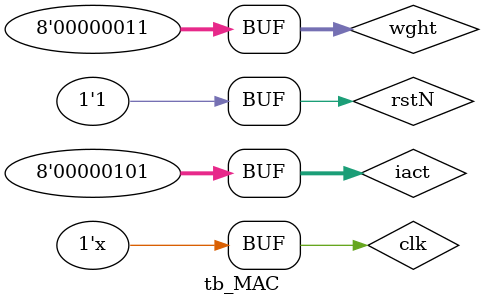
<source format=v>
`timescale 1ns / 1ps


module tb_MAC;
    parameter  DATA_BITWIDTH = 8;
    localparam PROD_BITWIDTH = 2 * DATA_BITWIDTH;
    localparam KERNEL_SIZE = 3 * 3;

    reg clk, rstN;
    reg[DATA_BITWIDTH-1:0] iact;
    reg[DATA_BITWIDTH-1:0] wght;
    wire[PROD_BITWIDTH-1:0] dout;


    MAC #(.DATA_BITWIDTH(DATA_BITWIDTH))  
    mac (   .clk(clk), .rstN(rstN),
            .iact(iact), // in1 = activations, in2 = weight 
	        .wght(wght),
	        .dout(dout)    );

    always #10 clk = ~clk;

    initial begin
        clk = 0; rstN = 1;
        iact = 1; wght = 9;
        #10 rstN = 0;
        #10 rstN = 1;
        
        #20 iact = 2; wght = 8;
        #20 iact = 3; wght = 7;
        #20 iact = 4; wght = 6;
        #20 iact = 5; wght = 5;
        #20 iact = 6; wght = 4;
        #20 iact = 7; wght = 3;
        #20 iact = 8; wght = 2;
        #20 iact = 9; wght = 1;

        #20 iact = 5; wght = 1;
        #20 iact = 4; wght = 2;
        #20 iact = 5; wght = 3;
        #20 iact = 4; wght = 1;
        #20 iact = 5; wght = 2;
        #20 iact = 4; wght = 3;
        #20 iact = 5; wght = 1;
        #20 iact = 4; wght = 2;
        #20 iact = 5; wght = 3;

    end

endmodule

</source>
